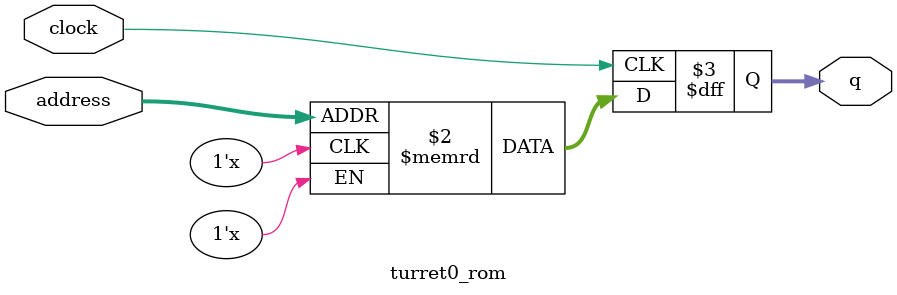
<source format=sv>
module turret0_rom (
	input logic clock,
	input logic [9:0] address,
	output logic [7:0] q
);

logic [7:0] memory [0:1023] /* synthesis ram_init_file = "./turret0/turret0.mif" */;

always_ff @ (posedge clock) begin
	q <= memory[address];
end

endmodule

</source>
